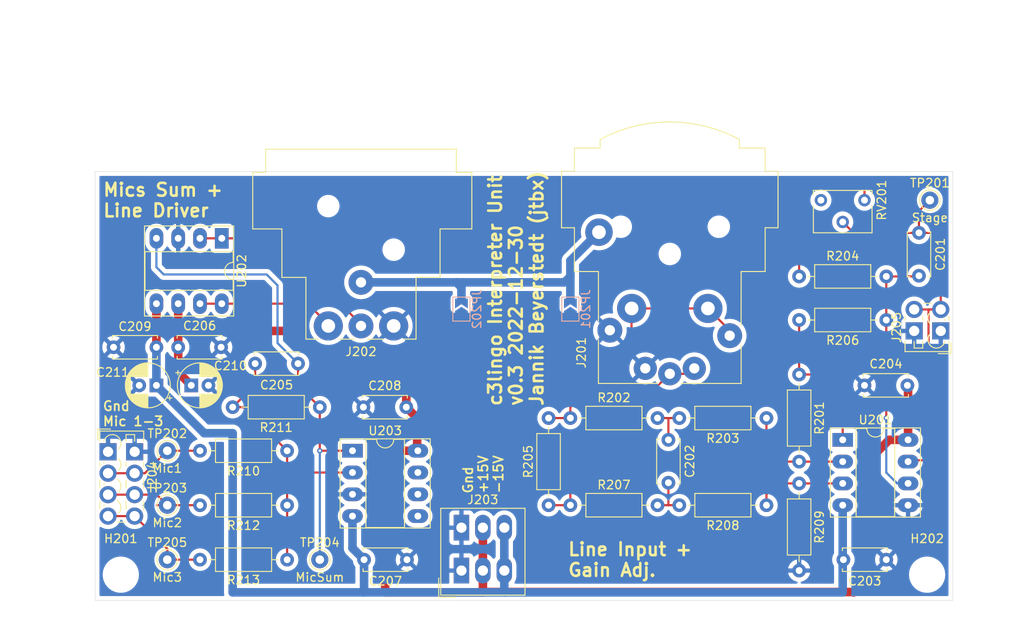
<source format=kicad_pcb>
(kicad_pcb (version 20211014) (generator pcbnew)
  (title_block (title "c3lingo interpeter unit -- channel strip") (date "2022-12-31") (rev "v0.3") (company "Jannik Beyerstedt (jtbx)") (comment 1 "Prototype 2"))
  (layers (0 "F.Cu" signal) (31 "B.Cu" signal) (34 "B.Paste" user) (35 "F.Paste" user) (36 "B.SilkS" user "B.Silkscreen") (37 "F.SilkS" user "F.Silkscreen") (38 "B.Mask" user) (39 "F.Mask" user) (44 "Edge.Cuts" user))
  (net 0 "")
  (net 1 "-15V")
  (net 2 "+15V")
  (net 3 "GND")
  (net 4 "/StageSignal")
  (net 5 "Net-(C201-Pad2)")
  (net 6 "Net-(C202-Pad2)")
  (net 7 "Net-(C202-Pad1)")
  (net 8 "Net-(C205-Pad2)")
  (net 9 "Net-(C205-Pad1)")
  (net 10 "Net-(J201-Pad3)")
  (net 11 "Net-(J201-Pad2)")
  (net 12 "GNDREF")
  (net 13 "Net-(J202-Pad2)")
  (net 14 "Net-(J202-Pad3)")
  (net 15 "/Mix_Ch3")
  (net 16 "/Mix_Ch2")
  (net 17 "/Mix_Ch1")
  (net 18 "Net-(R201-Pad2)")
  (net 19 "Net-(R201-Pad1)")
  (net 20 "Net-(R204-Pad1)")
  (net 21 "Net-(R208-Pad1)")
  (footprint "Connector_Audio:Jack_XLR_Neutrik_NC3MAAH_Horizontal" (layer "F.Cu") (at 84.81 68 180)
    (fp_text reference "J202" (at 3.81 -3) (layer "F.SilkS"))
    (fp_text value "Mix Line-Out")
    (pad "" np_thru_hole circle (at 0 8.89 180) (size 1.6 1.6) (drill 1.6) (layers *.Cu *.Mask))
    (pad "" np_thru_hole circle (at 7.62 13.97 180) (size 1.6 1.6) (drill 1.6) (layers *.Cu *.Mask))
    (pad "1" thru_hole circle (at 0 0 180) (size 3.4 3.4) (drill 1.6) (layers *.Cu *.Mask) (net 3 "GND"))
    (pad "2" thru_hole circle (at 7.62 0 180) (size 3.4 3.4) (drill 1.6) (layers *.Cu *.Mask) (net 13 "Net-(J202-Pad2)"))
    (pad "3" thru_hole circle (at 3.81 0 180) (size 2.9 2.9) (drill 1.2) (layers *.Cu *.Mask) (net 14 "Net-(J202-Pad3)"))
    (pad "G" thru_hole circle (at 3.81 5.08 180) (size 2.9 2.9) (drill 1.2) (layers *.Cu *.Mask) (net 12 "GNDREF"))
  )
  (footprint "Connector_Audio:Jack_XLR-6.35mm_Neutrik_NCJ6FA-H_Horizontal" (layer "F.Cu") (at 110.015 68.5 90)
    (fp_text reference "J201" (at -2.62 -3.32 90) (layer "F.SilkS"))
    (fp_text value "Stage Line-In")
    (pad "" np_thru_hole circle (at 12.065 12.7 90) (size 1.6 1.6) (drill 1.6) (layers *.Cu *.Mask))
    (pad "" np_thru_hole circle (at 8.89 6.985 90) (size 1.6 1.6) (drill 1.6) (layers *.Cu *.Mask))
    (pad "" np_thru_hole circle (at 12.065 1.27 90) (size 1.6 1.6) (drill 1.6) (layers *.Cu *.Mask))
    (pad "1" thru_hole circle (at 0 0 90) (size 2.9 2.9) (drill 1.2) (layers *.Cu *.Mask) (net 3 "GND"))
    (pad "2" thru_hole circle (at -0.635 13.97 90) (size 2.9 2.9) (drill 1.2) (layers *.Cu *.Mask) (net 11 "Net-(J201-Pad2)"))
    (pad "3" thru_hole circle (at -5.08 6.985 90) (size 2.7 2.7) (drill 1.2) (layers *.Cu *.Mask) (net 10 "Net-(J201-Pad3)"))
    (pad "G" thru_hole circle (at 11.43 -1.27 90) (size 3.2 3.2) (drill 1.6) (layers *.Cu *.Mask) (net 12 "GNDREF"))
    (pad "R" thru_hole circle (at -4.445 9.8425 90) (size 2.7 2.7) (drill 1.2) (layers *.Cu *.Mask) (net 10 "Net-(J201-Pad3)"))
    (pad "S" thru_hole circle (at -4.445 4.1275 90) (size 2.7 2.7) (drill 1.2) (layers *.Cu *.Mask) (net 3 "GND"))
    (pad "T" thru_hole circle (at 2.54 11.43 90) (size 3.4 3.4) (drill 1.6) (layers *.Cu *.Mask) (net 11 "Net-(J201-Pad2)"))
    (pad "T" thru_hole circle (at 2.54 2.54 90) (size 3.4 3.4) (drill 1.6) (layers *.Cu *.Mask) (net 11 "Net-(J201-Pad2)"))
  )
  (footprint "Capacitor_THT:C_Disc_D5.0mm_W2.5mm_P5.00mm" (layer "F.Cu") (at 73.66 72.39 180)
    (fp_text reference "C205" (at 2.5 -2.5) (layer "F.SilkS"))
    (fp_text value "22pF")
    (pad "1" thru_hole circle (at 0 0 180) (size 1.6 1.6) (drill 0.8) (layers *.Cu *.Mask) (net 9 "Net-(C205-Pad1)"))
    (pad "2" thru_hole circle (at 5 0 180) (size 1.6 1.6) (drill 0.8) (layers *.Cu *.Mask) (net 8 "Net-(C205-Pad2)"))
  )
  (footprint "Capacitor_THT:C_Disc_D5.0mm_W2.5mm_P5.00mm" (layer "F.Cu") (at 86.36 95.25 180)
    (fp_text reference "C207" (at 2.5 -2.5) (layer "F.SilkS"))
    (fp_text value "100nF")
    (pad "1" thru_hole circle (at 0 0 180) (size 1.6 1.6) (drill 0.8) (layers *.Cu *.Mask) (net 3 "GND"))
    (pad "2" thru_hole circle (at 5 0 180) (size 1.6 1.6) (drill 0.8) (layers *.Cu *.Mask) (net 1 "-15V"))
  )
  (footprint "Capacitor_THT:C_Disc_D5.0mm_W2.5mm_P5.00mm" (layer "F.Cu") (at 81.28 77.47)
    (fp_text reference "C208" (at 2.5 -2.5) (layer "F.SilkS"))
    (fp_text value "100nF")
    (pad "1" thru_hole circle (at 0 0) (size 1.6 1.6) (drill 0.8) (layers *.Cu *.Mask) (net 3 "GND"))
    (pad "2" thru_hole circle (at 5 0) (size 1.6 1.6) (drill 0.8) (layers *.Cu *.Mask) (net 2 "+15V"))
  )
  (footprint "Capacitor_THT:C_Disc_D5.0mm_W2.5mm_P5.00mm" (layer "F.Cu") (at 146.05 57.15 -90)
    (fp_text reference "C201" (at 2.5 -2.5 90) (layer "F.SilkS"))
    (fp_text value "47pF")
    (pad "1" thru_hole circle (at 0 0 270) (size 1.6 1.6) (drill 0.8) (layers *.Cu *.Mask) (net 4 "/StageSignal"))
    (pad "2" thru_hole circle (at 5 0 270) (size 1.6 1.6) (drill 0.8) (layers *.Cu *.Mask) (net 5 "Net-(C201-Pad2)"))
  )
  (footprint "Capacitor_THT:C_Disc_D5.0mm_W2.5mm_P5.00mm" (layer "F.Cu") (at 142.24 95.25 180)
    (fp_text reference "C203" (at 2.5 -2.5) (layer "F.SilkS"))
    (fp_text value "100nF")
    (pad "1" thru_hole circle (at 0 0 180) (size 1.6 1.6) (drill 0.8) (layers *.Cu *.Mask) (net 3 "GND"))
    (pad "2" thru_hole circle (at 5 0 180) (size 1.6 1.6) (drill 0.8) (layers *.Cu *.Mask) (net 1 "-15V"))
  )
  (footprint "Capacitor_THT:C_Disc_D5.0mm_W2.5mm_P5.00mm" (layer "F.Cu") (at 139.7 74.93)
    (fp_text reference "C204" (at 2.5 -2.5) (layer "F.SilkS"))
    (fp_text value "100nF")
    (pad "1" thru_hole circle (at 0 0) (size 1.6 1.6) (drill 0.8) (layers *.Cu *.Mask) (net 3 "GND"))
    (pad "2" thru_hole circle (at 5 0) (size 1.6 1.6) (drill 0.8) (layers *.Cu *.Mask) (net 2 "+15V"))
  )
  (footprint "Capacitor_THT:C_Disc_D5.0mm_W2.5mm_P5.00mm" (layer "F.Cu") (at 59.69 70.485)
    (fp_text reference "C206" (at 2.5 -2.5) (layer "F.SilkS"))
    (fp_text value "100nF")
    (pad "1" thru_hole circle (at 0 0) (size 1.6 1.6) (drill 0.8) (layers *.Cu *.Mask) (net 2 "+15V"))
    (pad "2" thru_hole circle (at 5 0) (size 1.6 1.6) (drill 0.8) (layers *.Cu *.Mask) (net 3 "GND"))
  )
  (footprint "Capacitor_THT:C_Disc_D5.0mm_W2.5mm_P5.00mm" (layer "F.Cu") (at 57.15 70.485 180)
    (fp_text reference "C209" (at 2.5 2.413) (layer "F.SilkS"))
    (fp_text value "100nF")
    (pad "1" thru_hole circle (at 0 0 180) (size 1.6 1.6) (drill 0.8) (layers *.Cu *.Mask) (net 1 "-15V"))
    (pad "2" thru_hole circle (at 5 0 180) (size 1.6 1.6) (drill 0.8) (layers *.Cu *.Mask) (net 3 "GND"))
  )
  (footprint "Resistor_THT:R_Axial_DIN0207_L6.3mm_D2.5mm_P10.16mm_Horizontal" (layer "F.Cu") (at 72.39 82.55 180)
    (fp_text reference "R210" (at 5.08 -2.37) (layer "F.SilkS"))
    (fp_text value "22K")
    (pad "1" thru_hole circle (at 0 0 180) (size 1.6 1.6) (drill 0.8) (layers *.Cu *.Mask) (net 8 "Net-(C205-Pad2)"))
    (pad "2" thru_hole oval (at 10.16 0 180) (size 1.6 1.6) (drill 0.8) (layers *.Cu *.Mask) (net 17 "/Mix_Ch1"))
  )
  (footprint "Resistor_THT:R_Axial_DIN0207_L6.3mm_D2.5mm_P10.16mm_Horizontal" (layer "F.Cu") (at 76.2 77.47 180)
    (fp_text reference "R211" (at 5.08 -2.37) (layer "F.SilkS"))
    (fp_text value "22K")
    (pad "1" thru_hole circle (at 0 0 180) (size 1.6 1.6) (drill 0.8) (layers *.Cu *.Mask) (net 9 "Net-(C205-Pad1)"))
    (pad "2" thru_hole oval (at 10.16 0 180) (size 1.6 1.6) (drill 0.8) (layers *.Cu *.Mask) (net 8 "Net-(C205-Pad2)"))
  )
  (footprint "Resistor_THT:R_Axial_DIN0207_L6.3mm_D2.5mm_P10.16mm_Horizontal" (layer "F.Cu") (at 72.39 88.9 180)
    (fp_text reference "R212" (at 5.08 -2.37) (layer "F.SilkS"))
    (fp_text value "22K")
    (pad "1" thru_hole circle (at 0 0 180) (size 1.6 1.6) (drill 0.8) (layers *.Cu *.Mask) (net 8 "Net-(C205-Pad2)"))
    (pad "2" thru_hole oval (at 10.16 0 180) (size 1.6 1.6) (drill 0.8) (layers *.Cu *.Mask) (net 16 "/Mix_Ch2"))
  )
  (footprint "Resistor_THT:R_Axial_DIN0207_L6.3mm_D2.5mm_P10.16mm_Horizontal" (layer "F.Cu") (at 72.39 95.25 180)
    (fp_text reference "R213" (at 5.08 -2.37) (layer "F.SilkS"))
    (fp_text value "22K")
    (pad "1" thru_hole circle (at 0 0 180) (size 1.6 1.6) (drill 0.8) (layers *.Cu *.Mask) (net 8 "Net-(C205-Pad2)"))
    (pad "2" thru_hole oval (at 10.16 0 180) (size 1.6 1.6) (drill 0.8) (layers *.Cu *.Mask) (net 15 "/Mix_Ch3"))
  )
  (footprint "Resistor_THT:R_Axial_DIN0207_L6.3mm_D2.5mm_P10.16mm_Horizontal" (layer "F.Cu") (at 132.08 73.66 -90)
    (fp_text reference "R201" (at 5.08 -2.37 90) (layer "F.SilkS"))
    (fp_text value "10K")
    (pad "1" thru_hole circle (at 0 0 270) (size 1.6 1.6) (drill 0.8) (layers *.Cu *.Mask) (net 19 "Net-(R201-Pad1)"))
    (pad "2" thru_hole oval (at 10.16 0 270) (size 1.6 1.6) (drill 0.8) (layers *.Cu *.Mask) (net 18 "Net-(R201-Pad2)"))
  )
  (footprint "Resistor_THT:R_Axial_DIN0207_L6.3mm_D2.5mm_P10.16mm_Horizontal" (layer "F.Cu") (at 128.27 78.74 180)
    (fp_text reference "R203" (at 5.08 -2.37) (layer "F.SilkS"))
    (fp_text value "10K")
    (pad "1" thru_hole circle (at 0 0 180) (size 1.6 1.6) (drill 0.8) (layers *.Cu *.Mask) (net 18 "Net-(R201-Pad2)"))
    (pad "2" thru_hole oval (at 10.16 0 180) (size 1.6 1.6) (drill 0.8) (layers *.Cu *.Mask) (net 7 "Net-(C202-Pad1)"))
  )
  (footprint "Resistor_THT:R_Axial_DIN0207_L6.3mm_D2.5mm_P10.16mm_Horizontal" (layer "F.Cu") (at 132.08 62.23)
    (fp_text reference "R204" (at 5.08 -2.37) (layer "F.SilkS"))
    (fp_text value "22K")
    (pad "1" thru_hole circle (at 0 0) (size 1.6 1.6) (drill 0.8) (layers *.Cu *.Mask) (net 20 "Net-(R204-Pad1)"))
    (pad "2" thru_hole oval (at 10.16 0) (size 1.6 1.6) (drill 0.8) (layers *.Cu *.Mask) (net 5 "Net-(C201-Pad2)"))
  )
  (footprint "Resistor_THT:R_Axial_DIN0207_L6.3mm_D2.5mm_P10.16mm_Horizontal" (layer "F.Cu") (at 142.24 67.31 180)
    (fp_text reference "R206" (at 5.08 -2.37) (layer "F.SilkS"))
    (fp_text value "47K")
    (pad "1" thru_hole circle (at 0 0 180) (size 1.6 1.6) (drill 0.8) (layers *.Cu *.Mask) (net 5 "Net-(C201-Pad2)"))
    (pad "2" thru_hole oval (at 10.16 0 180) (size 1.6 1.6) (drill 0.8) (layers *.Cu *.Mask) (net 19 "Net-(R201-Pad1)"))
  )
  (footprint "Resistor_THT:R_Axial_DIN0207_L6.3mm_D2.5mm_P10.16mm_Horizontal" (layer "F.Cu") (at 128.27 88.9 180)
    (fp_text reference "R208" (at 5.08 -2.37) (layer "F.SilkS"))
    (fp_text value "10K")
    (pad "1" thru_hole circle (at 0 0 180) (size 1.6 1.6) (drill 0.8) (layers *.Cu *.Mask) (net 21 "Net-(R208-Pad1)"))
    (pad "2" thru_hole oval (at 10.16 0 180) (size 1.6 1.6) (drill 0.8) (layers *.Cu *.Mask) (net 6 "Net-(C202-Pad2)"))
  )
  (footprint "Resistor_THT:R_Axial_DIN0207_L6.3mm_D2.5mm_P10.16mm_Horizontal" (layer "F.Cu") (at 132.08 86.36 -90)
    (fp_text reference "R209" (at 5.08 -2.37 90) (layer "F.SilkS"))
    (fp_text value "10K")
    (pad "1" thru_hole circle (at 0 0 270) (size 1.6 1.6) (drill 0.8) (layers *.Cu *.Mask) (net 21 "Net-(R208-Pad1)"))
    (pad "2" thru_hole oval (at 10.16 0 270) (size 1.6 1.6) (drill 0.8) (layers *.Cu *.Mask) (net 3 "GND"))
  )
  (footprint "Potentiometer_THT:Potentiometer_Vishay_T73XX_Horizontal" (layer "F.Cu") (at 139.7 53.34 -90)
    (fp_text reference "RV201" (at 0 -2.01 90) (layer "F.SilkS"))
    (fp_text value "100K")
    (pad "1" thru_hole circle locked (at 0 0 270) (size 1.44 1.44) (drill 0.8) (layers *.Cu *.Mask) (net 20 "Net-(R204-Pad1)"))
    (pad "2" thru_hole circle locked (at 2.54 2.54 270) (size 1.44 1.44) (drill 0.8) (layers *.Cu *.Mask) (net 4 "/StageSignal"))
    (pad "3" thru_hole circle locked (at 0 5.08 270) (size 1.44 1.44) (drill 0.8) (layers *.Cu *.Mask))
  )
  (footprint "Package_DIP:DIP-8_W7.62mm_Socket_LongPads" (layer "F.Cu") (at 137.16 81.28)
    (fp_text reference "U201" (at 3.81 -2.33) (layer "F.SilkS"))
    (fp_text value "LM833N")
    (pad "1" thru_hole rect (at 0 0) (size 2.4 1.6) (drill 0.8) (layers *.Cu *.Mask) (net 19 "Net-(R201-Pad1)"))
    (pad "2" thru_hole oval (at 0 2.54) (size 2.4 1.6) (drill 0.8) (layers *.Cu *.Mask) (net 18 "Net-(R201-Pad2)"))
    (pad "3" thru_hole oval (at 0 5.08) (size 2.4 1.6) (drill 0.8) (layers *.Cu *.Mask) (net 21 "Net-(R208-Pad1)"))
    (pad "4" thru_hole oval (at 0 7.62) (size 2.4 1.6) (drill 0.8) (layers *.Cu *.Mask) (net 1 "-15V"))
    (pad "5" thru_hole oval (at 7.62 7.62) (size 2.4 1.6) (drill 0.8) (layers *.Cu *.Mask) (net 3 "GND"))
    (pad "6" thru_hole oval (at 7.62 5.08) (size 2.4 1.6) (drill 0.8) (layers *.Cu *.Mask) (net 5 "Net-(C201-Pad2)"))
    (pad "7" thru_hole oval (at 7.62 2.54) (size 2.4 1.6) (drill 0.8) (layers *.Cu *.Mask) (net 4 "/StageSignal"))
    (pad "8" thru_hole oval (at 7.62 0) (size 2.4 1.6) (drill 0.8) (layers *.Cu *.Mask) (net 2 "+15V"))
  )
  (footprint "Package_DIP:DIP-8_W7.62mm_Socket_LongPads" (layer "F.Cu") (at 64.77 57.785 -90)
    (fp_text reference "U202" (at 3.81 -2.33 90) (layer "F.SilkS"))
    (fp_text value "DRV134PA")
    (pad "1" thru_hole rect (at 0 0 270) (size 2.4 1.6) (drill 0.8) (layers *.Cu *.Mask) (net 14 "Net-(J202-Pad3)"))
    (pad "2" thru_hole oval (at 0 2.54 270) (size 2.4 1.6) (drill 0.8) (layers *.Cu *.Mask) (net 14 "Net-(J202-Pad3)"))
    (pad "3" thru_hole oval (at 0 5.08 270) (size 2.4 1.6) (drill 0.8) (layers *.Cu *.Mask) (net 3 "GND"))
    (pad "4" thru_hole oval (at 0 7.62 270) (size 2.4 1.6) (drill 0.8) (layers *.Cu *.Mask) (net 9 "Net-(C205-Pad1)"))
    (pad "5" thru_hole oval (at 7.62 7.62 270) (size 2.4 1.6) (drill 0.8) (layers *.Cu *.Mask) (net 1 "-15V"))
    (pad "6" thru_hole oval (at 7.62 5.08 270) (size 2.4 1.6) (drill 0.8) (layers *.Cu *.Mask) (net 2 "+15V"))
    (pad "7" thru_hole oval (at 7.62 2.54 270) (size 2.4 1.6) (drill 0.8) (layers *.Cu *.Mask) (net 13 "Net-(J202-Pad2)"))
    (pad "8" thru_hole oval (at 7.62 0 270) (size 2.4 1.6) (drill 0.8) (layers *.Cu *.Mask) (net 13 "Net-(J202-Pad2)"))
  )
  (footprint "TestPoint:TestPoint_THTPad_D2.0mm_Drill1.0mm" (layer "F.Cu") (at 76.2 95.25)
    (fp_text reference "TP204" (at 0 -1.998) (layer "F.SilkS"))
    (fp_text value "MicSum" (at 0 2.05) (layer "F.SilkS"))
    (pad "1" thru_hole circle locked (at 0 0) (size 2 2) (drill 1) (layers *.Cu *.Mask) (net 9 "Net-(C205-Pad1)"))
  )
  (footprint "TestPoint:TestPoint_THTPad_D2.0mm_Drill1.0mm" (layer "F.Cu") (at 147.32 53.34)
    (fp_text reference "TP201" (at 0 -1.998) (layer "F.SilkS"))
    (fp_text value "Stage" (at 0 2.05) (layer "F.SilkS"))
    (pad "1" thru_hole circle locked (at 0 0) (size 2 2) (drill 1) (layers *.Cu *.Mask) (net 4 "/StageSignal"))
  )
  (footprint "TestPoint:TestPoint_THTPad_D2.0mm_Drill1.0mm" (layer "F.Cu") (at 58.42 82.55)
    (fp_text reference "TP202" (at 0 -1.998) (layer "F.SilkS"))
    (fp_text value "Mic1" (at 0 2.05) (layer "F.SilkS"))
    (pad "1" thru_hole circle locked (at 0 0) (size 2 2) (drill 1) (layers *.Cu *.Mask) (net 17 "/Mix_Ch1"))
  )
  (footprint "TestPoint:TestPoint_THTPad_D2.0mm_Drill1.0mm" (layer "F.Cu") (at 58.42 88.9)
    (fp_text reference "TP203" (at 0 -1.998) (layer "F.SilkS"))
    (fp_text value "Mic2" (at 0 2.05) (layer "F.SilkS"))
    (pad "1" thru_hole circle locked (at 0 0) (size 2 2) (drill 1) (layers *.Cu *.Mask) (net 16 "/Mix_Ch2"))
  )
  (footprint "TestPoint:TestPoint_THTPad_D2.0mm_Drill1.0mm" (layer "F.Cu") (at 58.42 95.25)
    (fp_text reference "TP205" (at 0 -1.998) (layer "F.SilkS"))
    (fp_text value "Mic3" (at 0 2.05) (layer "F.SilkS"))
    (pad "1" thru_hole circle locked (at 0 0) (size 2 2) (drill 1) (layers *.Cu *.Mask) (net 15 "/Mix_Ch3"))
  )
  (footprint "Capacitor_THT:C_Disc_D5.0mm_W2.5mm_P5.00mm" (layer "F.Cu") (at 116.84 81.28 -90)
    (fp_text reference "C202" (at 2.5 -2.5 90) (layer "F.SilkS"))
    (fp_text value "220pF")
    (pad "1" thru_hole circle (at 0 0 270) (size 1.6 1.6) (drill 0.8) (layers *.Cu *.Mask) (net 7 "Net-(C202-Pad1)"))
    (pad "2" thru_hole circle (at 5 0 270) (size 1.6 1.6) (drill 0.8) (layers *.Cu *.Mask) (net 6 "Net-(C202-Pad2)"))
  )
  (footprint "Resistor_THT:R_Axial_DIN0207_L6.3mm_D2.5mm_P10.16mm_Horizontal" (layer "F.Cu") (at 105.41 78.74)
    (fp_text reference "R202" (at 5.08 -2.37) (layer "F.SilkS"))
    (fp_text value "10K")
    (pad "1" thru_hole circle (at 0 0) (size 1.6 1.6) (drill 0.8) (layers *.Cu *.Mask) (net 11 "Net-(J201-Pad2)"))
    (pad "2" thru_hole oval (at 10.16 0) (size 1.6 1.6) (drill 0.8) (layers *.Cu *.Mask) (net 7 "Net-(C202-Pad1)"))
  )
  (footprint "Resistor_THT:R_Axial_DIN0207_L6.3mm_D2.5mm_P10.16mm_Horizontal" (layer "F.Cu") (at 102.87 88.9 90)
    (fp_text reference "R205" (at 5.08 -2.37 90) (layer "F.SilkS"))
    (fp_text value "3.3K")
    (pad "1" thru_hole circle (at 0 0 90) (size 1.6 1.6) (drill 0.8) (layers *.Cu *.Mask) (net 10 "Net-(J201-Pad3)"))
    (pad "2" thru_hole oval (at 10.16 0 90) (size 1.6 1.6) (drill 0.8) (layers *.Cu *.Mask) (net 11 "Net-(J201-Pad2)"))
  )
  (footprint "Resistor_THT:R_Axial_DIN0207_L6.3mm_D2.5mm_P10.16mm_Horizontal" (layer "F.Cu") (at 105.41 88.9)
    (fp_text reference "R207" (at 5.08 -2.37) (layer "F.SilkS"))
    (fp_text value "10K")
    (pad "1" thru_hole circle (at 0 0) (size 1.6 1.6) (drill 0.8) (layers *.Cu *.Mask) (net 10 "Net-(J201-Pad3)"))
    (pad "2" thru_hole oval (at 10.16 0) (size 1.6 1.6) (drill 0.8) (layers *.Cu *.Mask) (net 6 "Net-(C202-Pad2)"))
  )
  (footprint "Package_DIP:DIP-8_W7.62mm_Socket_LongPads" (layer "F.Cu") (at 80.01 82.55)
    (fp_text reference "U203" (at 3.81 -2.33) (layer "F.SilkS"))
    (fp_text value "LM833N")
    (pad "1" thru_hole rect (at 0 0) (size 2.4 1.6) (drill 0.8) (layers *.Cu *.Mask) (net 9 "Net-(C205-Pad1)"))
    (pad "2" thru_hole oval (at 0 2.54) (size 2.4 1.6) (drill 0.8) (layers *.Cu *.Mask) (net 8 "Net-(C205-Pad2)"))
    (pad "3" thru_hole oval (at 0 5.08) (size 2.4 1.6) (drill 0.8) (layers *.Cu *.Mask) (net 3 "GND"))
    (pad "4" thru_hole oval (at 0 7.62) (size 2.4 1.6) (drill 0.8) (layers *.Cu *.Mask) (net 1 "-15V"))
    (pad "5" thru_hole oval (at 7.62 7.62) (size 2.4 1.6) (drill 0.8) (layers *.Cu *.Mask))
    (pad "6" thru_hole oval (at 7.62 5.08) (size 2.4 1.6) (drill 0.8) (layers *.Cu *.Mask))
    (pad "7" thru_hole oval (at 7.62 2.54) (size 2.4 1.6) (drill 0.8) (layers *.Cu *.Mask))
    (pad "8" thru_hole oval (at 7.62 0) (size 2.4 1.6) (drill 0.8) (layers *.Cu *.Mask) (net 2 "+15V"))
  )
  (footprint "TerminalBlock_Phoenix:TerminalBlock_Phoenix_PTSM-0,5-3-2.5-H-THR_1x03_P2.50mm_Horizontal" (layer "F.Cu") (at 92.71 96.52)
    (fp_text reference "J203" (at 2.5 -8.26) (layer "F.SilkS"))
    (fp_text value "PowerSupply")
    (pad "1" thru_hole rect (at 0 -5) (size 1.8 3) (drill 1.2) (layers *.Cu *.Mask) (net 3 "GND"))
    (pad "1" thru_hole rect (at 0 0) (size 1.8 3) (drill 1.2) (layers *.Cu *.Mask) (net 3 "GND"))
    (pad "2" thru_hole oval (at 2.5 0) (size 1.8 3) (drill 1.2) (layers *.Cu *.Mask) (net 2 "+15V"))
    (pad "2" thru_hole oval (at 2.5 -5) (size 1.8 3) (drill 1.2) (layers *.Cu *.Mask) (net 2 "+15V"))
    (pad "3" thru_hole oval (at 5 0) (size 1.8 3) (drill 1.2) (layers *.Cu *.Mask) (net 1 "-15V"))
    (pad "3" thru_hole oval (at 5 -5) (size 1.8 3) (drill 1.2) (layers *.Cu *.Mask) (net 1 "-15V"))
  )
  (footprint "TerminalBlock_Phoenix:TerminalBlock_Phoenix_PTSM-0,5-4-2.5-V-THR_1x04_P2.50mm_Vertical" (layer "F.Cu") (at 51.51 82.67 -90)
    (fp_text reference "J204" (at 2.9 -5.16 90) (layer "F.SilkS"))
    (fp_text value "Inputs")
    (pad "1" thru_hole rect (at 0 -3.1 270) (size 2 2) (drill 1.2) (layers *.Cu *.Mask) (net 3 "GND"))
    (pad "1" thru_hole rect (at 0 0 270) (size 2 2) (drill 1.2) (layers *.Cu *.Mask) (net 3 "GND"))
    (pad "2" thru_hole circle (at 2.5 0 270) (size 2 2) (drill 1.2) (layers *.Cu *.Mask) (net 17 "/Mix_Ch1"))
    (pad "2" thru_hole circle (at 2.5 -3.1 270) (size 2 2) (drill 1.2) (layers *.Cu *.Mask) (net 17 "/Mix_Ch1"))
    (pad "3" thru_hole circle (at 5 -3.1 270) (size 2 2) (drill 1.2) (layers *.Cu *.Mask) (net 16 "/Mix_Ch2"))
    (pad "3" thru_hole circle (at 5 0 270) (size 2 2) (drill 1.2) (layers *.Cu *.Mask) (net 16 "/Mix_Ch2"))
    (pad "4" thru_hole circle (at 7.5 -3.1 270) (size 2 2) (drill 1.2) (layers *.Cu *.Mask) (net 15 "/Mix_Ch3"))
    (pad "4" thru_hole circle (at 7.5 0 270) (size 2 2) (drill 1.2) (layers *.Cu *.Mask) (net 15 "/Mix_Ch3"))
  )
  (footprint "TerminalBlock_Phoenix:TerminalBlock_Phoenix_PTSM-0,5-2-2.5-V-THR_1x02_P2.50mm_Vertical" (layer "F.Cu") (at 148.59 68.58 90)
    (fp_text reference "J205" (at 0.4 -5.16 90) (layer "F.SilkS"))
    (fp_text value "Output")
    (pad "1" thru_hole rect (at 0 0 90) (size 2 2) (drill 1.2) (layers *.Cu *.Mask) (net 3 "GND"))
    (pad "1" thru_hole rect (at 0 -3.1 90) (size 2 2) (drill 1.2) (layers *.Cu *.Mask) (net 3 "GND"))
    (pad "2" thru_hole circle (at 2.5 0 90) (size 2 2) (drill 1.2) (layers *.Cu *.Mask) (net 4 "/StageSignal"))
    (pad "2" thru_hole circle (at 2.5 -3.1 90) (size 2 2) (drill 1.2) (layers *.Cu *.Mask) (net 4 "/StageSignal"))
  )
  (footprint "MountingHole:MountingHole_3.2mm_M3" (layer "F.Cu") (at 53 97)
    (fp_text reference "H201" (at 0 -4.2) (layer "F.SilkS"))
    (fp_text value "MountingHole")
    (pad "" np_thru_hole circle (at 0 0) (size 3.2 3.2) (drill 3.2) (layers *.Cu *.Mask))
  )
  (footprint "MountingHole:MountingHole_3.2mm_M3" (layer "F.Cu") (at 147 97)
    (fp_text reference "H202" (at 0 -4.2) (layer "F.SilkS"))
    (fp_text value "MountingHole")
    (pad "" np_thru_hole circle (at 0 0) (size 3.2 3.2) (drill 3.2) (layers *.Cu *.Mask))
  )
  (footprint "Capacitor_THT:CP_Radial_D5.0mm_P2.00mm" (layer "F.Cu") (at 57.15 74.93 180)
    (fp_text reference "C211" (at 5.08 1.524) (layer "F.SilkS"))
    (fp_text value "10uF")
    (pad "1" thru_hole rect (at 0 0 180) (size 1.6 1.6) (drill 0.8) (layers *.Cu *.Mask) (net 1 "-15V"))
    (pad "2" thru_hole circle (at 2 0 180) (size 1.6 1.6) (drill 0.8) (layers *.Cu *.Mask) (net 3 "GND"))
  )
  (footprint "Capacitor_THT:CP_Radial_D5.0mm_P2.00mm" (layer "F.Cu") (at 61.214 74.93)
    (fp_text reference "C210" (at 4.572 -2.286) (layer "F.SilkS"))
    (fp_text value "10uF")
    (pad "1" thru_hole rect (at 0 0) (size 1.6 1.6) (drill 0.8) (layers *.Cu *.Mask) (net 2 "+15V"))
    (pad "2" thru_hole circle (at 2 0) (size 1.6 1.6) (drill 0.8) (layers *.Cu *.Mask) (net 3 "GND"))
  )
  (footprint "Jumper:SolderJumper-2_P1.3mm_Open_TrianglePad1.0x1.5mm" (layer "B.Cu") (at 105.41 66.04 90)
    (fp_text reference "JP201" (at 0 1.8 270) (layer "B.SilkS") (effects (justify mirror)))
    (fp_text value "GND_JMP")
    (pad "1" smd custom locked (at -0.725 0 90) (size 0.3 0.3) (layers "B.Cu" "B.Mask") (net 3 "GND") (options (clearance outline) (anchor rect)) (primitives (gr_poly (pts (xy -0.5 0.75) (xy 0.5 0.75) (xy 1 0) (xy 0.5 -0.75) (xy -0.5 -0.75)) (width 0) (fill yes))))
    (pad "2" smd custom locked (at 0.725 0 90) (size 0.3 0.3) (layers "B.Cu" "B.Mask") (net 12 "GNDREF") (options (clearance outline) (anchor rect)) (primitives (gr_poly (pts (xy -0.65 0.75) (xy 0.5 0.75) (xy 0.5 -0.75) (xy -0.65 -0.75) (xy -0.15 0)) (width 0) (fill yes))))
  )
  (footprint "Jumper:SolderJumper-2_P1.3mm_Open_TrianglePad1.0x1.5mm" (layer "B.Cu") (at 92.71 66.04 90)
    (fp_text reference "JP202" (at 0 1.8 270) (layer "B.SilkS") (effects (justify mirror)))
    (fp_text value "GND_JMP")
    (pad "1" smd custom locked (at -0.725 0 90) (size 0.3 0.3) (layers "B.Cu" "B.Mask") (net 3 "GND") (options (clearance outline) (anchor rect)) (primitives (gr_poly (pts (xy -0.5 0.75) (xy 0.5 0.75) (xy 1 0) (xy 0.5 -0.75) (xy -0.5 -0.75)) (width 0) (fill yes))))
    (pad "2" smd custom locked (at 0.725 0 90) (size 0.3 0.3) (layers "B.Cu" "B.Mask") (net 12 "GNDREF") (options (clearance outline) (anchor rect)) (primitives (gr_poly (pts (xy -0.65 0.75) (xy 0.5 0.75) (xy 0.5 -0.75) (xy -0.65 -0.75) (xy -0.15 0)) (width 0) (fill yes))))
  )
  (gr_line (start 50 100) (end 50 50) (layer "Edge.Cuts") (width 0.05))
  (gr_line (start 50 50) (end 150 50) (layer "Edge.Cuts") (width 0.05))
  (gr_line (start 150 50) (end 150 100) (layer "Edge.Cuts") (width 0.05))
  (gr_line (start 150 100) (end 50 100) (layer "Edge.Cuts") (width 0.05))
  (gr_text "Mics Sum +\nLine Driver" (at 50.8 53.34) (layer "F.SilkS") (effects (font (size 1.5 1.5) (thickness 0.3)) (justify left)))
  (gr_text "c3lingo Interpreter Unit\nv0.3 2022-12-30\nJannik Beyerstedt (jtbx)" (at 99.06 77.47 90) (layer "F.SilkS") (effects (font (size 1.5 1.5) (thickness 0.3)) (justify left)))
  (gr_text "Line Input +\nGain Adj." (at 105 95.25) (layer "F.SilkS") (effects (font (size 1.5 1.5) (thickness 0.3)) (justify left)))
  (gr_text "Gnd\n+15V\n-15V" (at 95.25 87.63 90) (layer "F.SilkS") (effects (font (size 1.1 1.1) (thickness 0.2)) (justify left)))
  (gr_text "Gnd\nMic 1-3\n" (at 50.8 78.232) (layer "F.SilkS") (effects (font (size 1.1 1.1) (thickness 0.2)) (justify left)))
  (segment (start 57.15 65.405) (end 57.15 70.485) (width 1) (layer "F.Cu") (net 1))
  (segment (start 66.04 99.06) (end 81.28 99.06) (width 1) (layer "B.Cu") (net 1))
  (segment (start 97.71 96.52) (end 97.71 98.98) (width 1) (layer "B.Cu") (net 1))
  (segment (start 137.16 95.33) (end 137.24 95.25) (width 1) (layer "B.Cu") (net 1))
  (segment (start 66.04 99.06) (end 66.04 80.50637) (width 1) (layer "B.Cu") (net 1))
  (segment (start 57.15 70.485) (end 57.15 74.93) (width 1) (layer "B.Cu") (net 1))
  (segment (start 81.36 95.25) (end 81.36 98.98) (width 1) (layer "B.Cu") (net 1))
  (segment (start 137.16 99.06) (end 137.16 95.33) (width 1) (layer "B.Cu") (net 1))
  (segment (start 97.71 98.98) (end 97.79 99.06) (width 1) (layer "B.Cu") (net 1))
  (segment (start 80.01 93.9) (end 81.36 95.25) (width 1) (layer "B.Cu") (net 1))
  (segment (start 81.36 98.98) (end 81.28 99.06) (width 1) (layer "B.Cu") (net 1))
  (segment (start 97.71 91.52) (end 97.71 96.52) (width 1) (layer "B.Cu") (net 1))
  (segment (start 81.28 99.06) (end 97.79 99.06) (width 1) (layer "B.Cu") (net 1))
  (segment (start 80.01 90.17) (end 80.01 93.9) (width 1) (layer "B.Cu") (net 1))
  (segment (start 137.16 88.9) (end 137.16 95.17) (width 1) (layer "B.Cu") (net 1))
  (segment (start 62.72637 80.50637) (end 66.04 80.50637) (width 1) (layer "B.Cu") (net 1))
  (segment (start 57.15 74.93) (end 62.72637 80.50637) (width 1) (layer "B.Cu") (net 1))
  (segment (start 97.79 99.06) (end 137.16 99.06) (width 1) (layer "B.Cu") (net 1))
  (segment (start 87.63 82.55) (end 85.09 82.55) (width 1) (layer "F.Cu") (net 2))
  (segment (start 86.28 72.31) (end 85.09 71.12) (width 1) (layer "F.Cu") (net 2))
  (segment (start 144.78 75.01) (end 144.7 74.93) (width 1) (layer "F.Cu") (net 2))
  (segment (start 140.97 90.17) (end 140.97 82.89) (width 1) (layer "F.Cu") (net 2))
  (segment (start 139.7 91.44) (end 140.97 90.17) (width 1) (layer "F.Cu") (net 2))
  (segment (start 95.25 99.06) (end 83.82 99.06) (width 1) (layer "F.Cu") (net 2))
  (segment (start 144.78 81.28) (end 144.78 75.01) (width 1) (layer "F.Cu") (net 2))
  (segment (start 76.2 71.12) (end 73.66 68.58) (width 1) (layer "F.Cu") (net 2))
  (segment (start 73.66 68.58) (end 59.69 68.58) (width 1) (layer "F.Cu") (net 2))
  (segment (start 86.28 77.47) (end 87.55 78.74) (width 1) (layer "F.Cu") (net 2))
  (segment (start 85.09 82.55) (end 83.82 83.82) (width 1) (layer "F.Cu") (net 2))
  (segment (start 139.7 97.79) (end 139.7 91.44) (width 1) (layer "F.Cu") (net 2))
  (segment (start 138.43 99.06) (end 139.7 97.79) (width 1) (layer "F.Cu") (net 2))
  (segment (start 95.21 91.52) (end 95.21 96.52) (width 1) (layer "F.Cu") (net 2))
  (segment (start 59.69 70.485) (end 59.69 73.406) (width 1) (layer "F.Cu") (net 2))
  (segment (start 59.69 73.406) (end 61.214 74.93) (width 1) (layer "F.Cu") (net 2))
  (segment (start 142.58 81.28) (end 144.78 81.28) (width 1) (layer "F.Cu") (net 2))
  (segment (start 138.39 99.02) (end 138.43 99.06) (width 1) (layer "F.Cu") (net 2))
  (segment (start 85.09 71.12) (end 76.2 71.12) (width 1) (layer "F.Cu") (net 2))
  (segment (start 59.69 68.58) (end 59.69 70.485) (width 1) (layer "F.Cu") (net 2))
  (segment (start 86.28 77.47) (end 86.28 72.31) (width 1) (layer "F.Cu") (net 2))
  (segment (start 95.21 96.52) (end 95.21 99.02) (width 1) (layer "F.Cu") (net 2))
  (segment (start 95.21 99.02) (end 95.25 99.06) (width 1) (layer "F.Cu") (net 2))
  (segment (start 95.21 99.02) (end 138.39 99.02) (width 1) (layer "F.Cu") (net 2))
  (segment (start 140.97 82.89) (end 142.58 81.28) (width 1) (layer "F.Cu") (net 2))
  (segment (start 87.55 82.47) (end 87.63 82.55) (width 1) (layer "F.Cu") (net 2))
  (segment (start 87.55 78.74) (end 87.55 82.47) (width 1) (layer "F.Cu") (net 2))
  (segment (start 83.82 83.82) (end 83.82 99.06) (width 1) (layer "F.Cu") (net 2))
  (segment (start 59.69 65.405) (end 59.69 68.58) (width 1) (layer "F.Cu") (net 2))
  (segment (start 147.164999 66.090788) (end 147.164999 83.664999) (width 0.25) (layer "F.Cu") (net 4))
  (segment (start 148.59 57.15) (end 148.59 66.08) (width 0.25) (layer "F.Cu") (net 4))
  (segment (start 147.175787 66.08) (end 147.164999 66.090788) (width 0.25) (layer "F.Cu") (net 4))
  (segment (start 147.164999 83.664999) (end 144.935001 83.664999) (width 0.25) (layer "F.Cu") (net 4))
  (segment (start 145.49 66.08) (end 148.59 66.08) (width 0.25) (layer "F.Cu") (net 4))
  (segment (start 148.59 66.08) (end 147.175787 66.08) (width 0.25) (layer "F.Cu") (net 4))
  (segment (start 146.05 57.15) (end 148.59 57.15) (width 0.25) (layer "F.Cu") (net 4))
  (segment (start 146.05 54.61) (end 147.32 53.34) (width 0.25) (layer "F.Cu") (net 4))
  (segment (start 137.16 55.88) (end 138.43 57.15) (width 0.25) (layer "F.Cu") (net 4))
  (segment (start 144.935001 83.664999) (end 144.78 83.82) (width 0.25) (layer "F.Cu") (net 4))
  (segment (start 146.05 57.15) (end 146.05 54.61) (width 0.25) (layer "F.Cu") (net 4))
  (segment (start 138.43 57.15) (end 146.05 57.15) (width 0.25) (layer "F.Cu") (net 4))
  (segment (start 142.24 78.74) (end 142.24 78.74) (width 0.25) (layer "F.Cu") (net 5))
  (segment (start 142.24 67.31) (end 142.24 78.74) (width 0.25) (layer "F.Cu") (net 5))
  (segment (start 145.97 62.23) (end 146.05 62.15) (width 0.25) (layer "F.Cu") (net 5))
  (segment (start 142.24 62.23) (end 145.97 62.23) (width 0.25) (layer "F.Cu") (net 5))
  (segment (start 142.24 62.23) (end 142.24 67.31) (width 0.25) (layer "F.Cu") (net 5))
  (via (at 142.24 78.74) (size 0.6) (drill 0.3) (layers "F.Cu" "B.Cu") (net 5))
  (segment (start 143.51 86.36) (end 144.78 86.36) (width 0.25) (layer "B.Cu") (net 5))
  (segment (start 142.24 78.74) (end 142.24 85.09) (width 0.25) (layer "B.Cu") (net 5))
  (segment (start 142.24 85.09) (end 143.51 86.36) (width 0.25) (layer "B.Cu") (net 5))
  (segment (start 116.84 86.28) (end 116.84 88.9) (width 0.25) (layer "F.Cu") (net 6))
  (segment (start 115.57 88.9) (end 118.11 88.9) (width 0.25) (layer "F.Cu") (net 6))
  (segment (start 115.57 78.74) (end 116.84 78.74) (width 0.25) (layer "F.Cu") (net 7))
  (segment (start 116.84 78.74) (end 116.84 81.28) (width 0.25) (layer "F.Cu") (net 7))
  (segment (start 116.84 78.74) (end 118.11 78.74) (width 0.25) (layer "F.Cu") (net 7))
  (segment (start 72.39 88.9) (end 72.39 95.25) (width 0.25) (layer "F.Cu") (net 8))
  (segment (start 72.39 82.55) (end 72.39 85.09) (width 0.25) (layer "F.Cu") (net 8))
  (segment (start 68.66 72.39) (end 68.66 74.85) (width 0.25) (layer "F.Cu") (net 8))
  (segment (start 72.39 85.09) (end 80.01 85.09) (width 0.25) (layer "F.Cu") (net 8))
  (segment (start 72.39 85.09) (end 72.39 88.9) (width 0.25) (layer "F.Cu") (net 8))
  (segment (start 66.04 77.47) (end 67.31 77.47) (width 0.25) (layer "F.Cu") (net 8))
  (segment (start 67.31 77.47) (end 72.39 82.55) (width 0.25) (layer "F.Cu") (net 8))
  (segment (start 68.66 74.85) (end 66.04 77.47) (width 0.25) (layer "F.Cu") (net 8))
  (segment (start 76.2 82.55) (end 76.2 82.55) (width 0.25) (layer "F.Cu") (net 9))
  (segment (start 76.2 82.55) (end 76.2 82.55) (width 0.25) (layer "F.Cu") (net 9))
  (segment (start 73.66 74.93) (end 76.2 77.47) (width 0.25) (layer "F.Cu") (net 9))
  (segment (start 73.66 72.39) (end 73.66 74.93) (width 0.25) (layer "F.Cu") (net 9))
  (segment (start 76.2 77.47) (end 76.2 82.55) (width 0.25) (layer "F.Cu") (net 9))
  (segment (start 76.2 82.55) (end 80.01 82.55) (width 0.25) (layer "F.Cu") (net 9))
  (via (at 76.2 82.55) (size 0.6) (drill 0.3) (layers "F.Cu" "B.Cu") (net 9))
  (segment (start 76.2 82.55) (end 76.2 95.25) (width 0.25) (layer "B.Cu") (net 9))
  (segment (start 71.27 70) (end 71.27 63.27) (width 0.25) (layer "B.Cu") (net 9))
  (segment (start 71.27 63.27) (end 70 62) (width 0.25) (layer "B.Cu") (net 9))
  (segment (start 73.66 72.39) (end 71.27 70) (width 0.25) (layer "B.Cu") (net 9))
  (segment (start 58 62) (end 57.15 61.15) (width 0.25) (layer "B.Cu") (net 9))
  (segment (start 57.15 61.15) (end 57.15 57.785) (width 0.25) (layer "B.Cu") (net 9))
  (segment (start 70 62) (end 58 62) (width 0.25) (layer "B.Cu") (net 9))
  (segment (start 119.2075 73.58) (end 119.8425 72.945) (width 0.25) (layer "F.Cu") (net 10))
  (segment (start 105.41 88.9) (end 102.87 88.9) (width 0.25) (layer "F.Cu") (net 10))
  (segment (start 105.41 85.155) (end 116.985 73.58) (width 0.25) (layer "F.Cu") (net 10))
  (segment (start 105.41 88.9) (end 105.41 85.155) (width 0.25) (layer "F.Cu") (net 10))
  (segment (start 116.985 73.58) (end 119.2075 73.58) (width 0.25) (layer "F.Cu") (net 10))
  (segment (start 112.54 70.34) (end 112.54 65.96) (width 0.25) (layer "F.Cu") (net 11))
  (segment (start 123.97 68.5) (end 123.97 69.135) (width 0.25) (layer "F.Cu") (net 11))
  (segment (start 105.41 77.47) (end 112.54 70.34) (width 0.25) (layer "F.Cu") (net 11))
  (segment (start 105.41 78.74) (end 105.41 77.47) (width 0.25) (layer "F.Cu") (net 11))
  (segment (start 102.87 78.74) (end 105.41 78.74) (width 0.25) (layer "F.Cu") (net 11))
  (segment (start 121.43 65.96) (end 123.97 68.5) (width 0.25) (layer "F.Cu") (net 11))
  (segment (start 112.54 65.96) (end 121.43 65.96) (width 0.25) (layer "F.Cu") (net 11))
  (segment (start 92.71 63.5) (end 92.71 64.96499) (width 1) (layer "B.Cu") (net 12))
  (segment (start 81.19 62.92) (end 92.13 62.92) (width 1) (layer "B.Cu") (net 12))
  (segment (start 92.13 62.92) (end 104.72 62.92) (width 1) (layer "B.Cu") (net 12))
  (segment (start 105.41 60.39) (end 105.41 62.23) (width 1) (layer "B.Cu") (net 12))
  (segment (start 92.13 62.92) (end 92.71 63.5) (width 1) (layer "B.Cu") (net 12))
  (segment (start 105.41 62.23) (end 105.41 64.96499) (width 1) (layer "B.Cu") (net 12))
  (segment (start 104.72 62.92) (end 105.41 62.23) (width 1) (layer "B.Cu") (net 12))
  (segment (start 108.73 57.07) (end 105.41 60.39) (width 1) (layer "B.Cu") (net 12))
  (segment (start 64.77 65.405) (end 74.785 65.405) (width 0.25) (layer "F.Cu") (net 13))
  (segment (start 62.23 65.405) (end 64.77 65.405) (width 0.25) (layer "F.Cu") (net 13))
  (segment (start 74.785 65.405) (end 77.38 68) (width 0.25) (layer "F.Cu") (net 13))
  (segment (start 64.77 57.785) (end 70.975 57.785) (width 0.25) (layer "F.Cu") (net 14))
  (segment (start 62.23 57.785) (end 64.77 57.785) (width 0.25) (layer "F.Cu") (net 14))
  (segment (start 70.975 57.785) (end 81.19 68) (width 0.25) (layer "F.Cu") (net 14))
  (segment (start 58.42 95.25) (end 62.23 95.25) (width 0.25) (layer "F.Cu") (net 15))
  (segment (start 54.61 90.17) (end 58.42 93.98) (width 0.25) (layer "F.Cu") (net 15))
  (segment (start 58.42 93.98) (end 58.42 95.25) (width 0.25) (layer "F.Cu") (net 15))
  (segment (start 54.61 90.17) (end 51.51 90.17) (width 0.25) (layer "F.Cu") (net 15))
  (segment (start 57.19 87.67) (end 58.42 88.9) (width 0.25) (layer "F.Cu") (net 16))
  (segment (start 51.51 87.67) (end 54.61 87.67) (width 0.25) (layer "F.Cu") (net 16))
  (segment (start 58.42 88.9) (end 62.23 88.9) (width 0.25) (layer "F.Cu") (net 16))
  (segment (start 54.61 87.67) (end 57.19 87.67) (width 0.25) (layer "F.Cu") (net 16))
  (segment (start 57.19 88.9) (end 58.42 88.9) (width 0.25) (layer "F.Cu") (net 16))
  (segment (start 54.61 85.17) (end 55.8 85.17) (width 0.25) (layer "F.Cu") (net 17))
  (segment (start 55.8 85.17) (end 58.42 82.55) (width 0.25) (layer "F.Cu") (net 17))
  (segment (start 58.42 82.55) (end 62.23 82.55) (width 0.25) (layer "F.Cu") (net 17))
  (segment (start 54.61 85.17) (end 51.51 85.17) (width 0.25) (layer "F.Cu") (net 17))
  (segment (start 128.27 78.74) (end 128.27 82.55) (width 0.25) (layer "F.Cu") (net 18))
  (segment (start 132.08 83.82) (end 137.16 83.82) (width 0.25) (layer "F.Cu") (net 18))
  (segment (start 128.27 82.55) (end 129.54 83.82) (width 0.25) (layer "F.Cu") (net 18))
  (segment (start 129.54 83.82) (end 132.08 83.82) (width 0.25) (layer "F.Cu") (net 18))
  (segment (start 135.89 73.66) (end 137.16 74.93) (width 0.25) (layer "F.Cu") (net 19))
  (segment (start 132.08 67.31) (end 132.08 73.66) (width 0.25) (layer "F.Cu") (net 19))
  (segment (start 137.16 74.93) (end 137.16 81.28) (width 0.25) (layer "F.Cu") (net 19))
  (segment (start 132.08 73.66) (end 135.89 73.66) (width 0.25) (layer "F.Cu") (net 19))
  (segment (start 139.7 52.07) (end 139.7 53.34) (width 0.25) (layer "F.Cu") (net 20))
  (segment (start 138.43 50.8) (end 139.7 52.07) (width 0.25) (layer "F.Cu") (net 20))
  (segment (start 133.35 50.8) (end 138.43 50.8) (width 0.25) (layer "F.Cu") (net 20))
  (segment (start 132.08 62.23) (end 132.08 52.07) (width 0.25) (layer "F.Cu") (net 20))
  (segment (start 132.08 52.07) (end 133.35 50.8) (width 0.25) (layer "F.Cu") (net 20))
  (segment (start 128.27 87.63) (end 128.27 88.9) (width 0.25) (layer "F.Cu") (net 21))
  (segment (start 132.08 86.36) (end 137.16 86.36) (width 0.25) (layer "F.Cu") (net 21))
  (segment (start 129.54 86.36) (end 128.27 87.63) (width 0.25) (layer "F.Cu") (net 21))
  (segment (start 132.08 86.36) (end 129.54 86.36) (width 0.25) (layer "F.Cu") (net 21))
  (zone (net 3) (net_name "GND") (layer "B.Cu") (connect_pads (clearance 0.508)) (min_thickness 0.254) (fill yes (thermal_gap 0.508) (thermal_bridge_width 0.508))
    (polygon (pts (xy 150 100) (xy 50 100) (xy 50 50) (xy 150 50)))
  )
)
</source>
